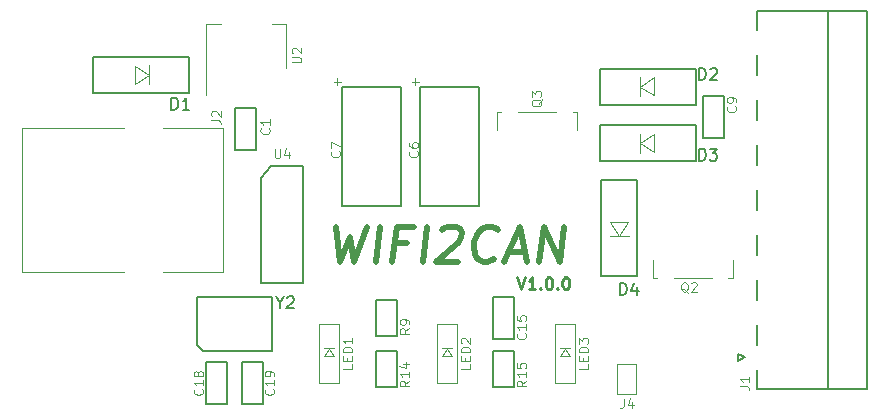
<source format=gbr>
G04 #@! TF.FileFunction,Legend,Top*
%FSLAX46Y46*%
G04 Gerber Fmt 4.6, Leading zero omitted, Abs format (unit mm)*
G04 Created by KiCad (PCBNEW 4.0.6) date Sun Aug 12 18:17:32 2018*
%MOMM*%
%LPD*%
G01*
G04 APERTURE LIST*
%ADD10C,0.100000*%
%ADD11C,0.250000*%
%ADD12C,0.500000*%
%ADD13C,0.120000*%
%ADD14C,0.150000*%
G04 APERTURE END LIST*
D10*
D11*
X38461905Y13447619D02*
X38795238Y12447619D01*
X39128572Y13447619D01*
X39985715Y12447619D02*
X39414286Y12447619D01*
X39700000Y12447619D02*
X39700000Y13447619D01*
X39604762Y13304762D01*
X39509524Y13209524D01*
X39414286Y13161905D01*
X40414286Y12542857D02*
X40461905Y12495238D01*
X40414286Y12447619D01*
X40366667Y12495238D01*
X40414286Y12542857D01*
X40414286Y12447619D01*
X41080952Y13447619D02*
X41176191Y13447619D01*
X41271429Y13400000D01*
X41319048Y13352381D01*
X41366667Y13257143D01*
X41414286Y13066667D01*
X41414286Y12828571D01*
X41366667Y12638095D01*
X41319048Y12542857D01*
X41271429Y12495238D01*
X41176191Y12447619D01*
X41080952Y12447619D01*
X40985714Y12495238D01*
X40938095Y12542857D01*
X40890476Y12638095D01*
X40842857Y12828571D01*
X40842857Y13066667D01*
X40890476Y13257143D01*
X40938095Y13352381D01*
X40985714Y13400000D01*
X41080952Y13447619D01*
X41842857Y12542857D02*
X41890476Y12495238D01*
X41842857Y12447619D01*
X41795238Y12495238D01*
X41842857Y12542857D01*
X41842857Y12447619D01*
X42509523Y13447619D02*
X42604762Y13447619D01*
X42700000Y13400000D01*
X42747619Y13352381D01*
X42795238Y13257143D01*
X42842857Y13066667D01*
X42842857Y12828571D01*
X42795238Y12638095D01*
X42747619Y12542857D01*
X42700000Y12495238D01*
X42604762Y12447619D01*
X42509523Y12447619D01*
X42414285Y12495238D01*
X42366666Y12542857D01*
X42319047Y12638095D01*
X42271428Y12828571D01*
X42271428Y13066667D01*
X42319047Y13257143D01*
X42366666Y13352381D01*
X42414285Y13400000D01*
X42509523Y13447619D01*
D12*
X23119643Y17742857D02*
X23458929Y14742857D01*
X24298215Y16885714D01*
X24601786Y14742857D01*
X25691072Y17742857D01*
X26458929Y14742857D02*
X26833929Y17742857D01*
X29083929Y16314286D02*
X28083929Y16314286D01*
X27887500Y14742857D02*
X28262500Y17742857D01*
X29691071Y17742857D01*
X30458929Y14742857D02*
X30833929Y17742857D01*
X32083929Y17457143D02*
X32244643Y17600000D01*
X32548214Y17742857D01*
X33262500Y17742857D01*
X33530357Y17600000D01*
X33655357Y17457143D01*
X33762500Y17171429D01*
X33726785Y16885714D01*
X33530357Y16457143D01*
X31601785Y14742857D01*
X33458928Y14742857D01*
X36494642Y15028571D02*
X36333928Y14885714D01*
X35887500Y14742857D01*
X35601786Y14742857D01*
X35191071Y14885714D01*
X34941072Y15171429D01*
X34833929Y15457143D01*
X34762500Y16028571D01*
X34816072Y16457143D01*
X35030357Y17028571D01*
X35208929Y17314286D01*
X35530357Y17600000D01*
X35976786Y17742857D01*
X36262500Y17742857D01*
X36673214Y17600000D01*
X36798214Y17457143D01*
X37708929Y15600000D02*
X39137500Y15600000D01*
X37316071Y14742857D02*
X38691071Y17742857D01*
X39316071Y14742857D01*
X40316072Y14742857D02*
X40691072Y17742857D01*
X42030357Y14742857D01*
X42405357Y17742857D01*
D13*
X18910000Y34910000D02*
X17650000Y34910000D01*
X12090000Y34910000D02*
X13350000Y34910000D01*
X18910000Y31150000D02*
X18910000Y34910000D01*
X12090000Y28900000D02*
X12090000Y34910000D01*
D14*
X28648000Y29520000D02*
X23648000Y29520000D01*
X23648000Y29520000D02*
X23648000Y19520000D01*
X23648000Y19520000D02*
X28648000Y19520000D01*
X28648000Y19520000D02*
X28648000Y29520000D01*
X35252000Y29520000D02*
X30252000Y29520000D01*
X30252000Y29520000D02*
X30252000Y19520000D01*
X30252000Y19520000D02*
X35252000Y19520000D01*
X35252000Y19520000D02*
X35252000Y29520000D01*
D13*
X50260000Y13400000D02*
X49910000Y13400000D01*
X49910000Y13400000D02*
X49910000Y14900000D01*
X54910000Y13400000D02*
X51710000Y13400000D01*
X56710000Y14900000D02*
X56710000Y13400000D01*
X56710000Y13400000D02*
X56310000Y13400000D01*
D14*
X16369000Y27822000D02*
X14591000Y27822000D01*
X14591000Y27822000D02*
X14591000Y24266000D01*
X14591000Y24266000D02*
X16369000Y24266000D01*
X16369000Y24266000D02*
X16369000Y27822000D01*
X58720000Y3985000D02*
X68080000Y3985000D01*
X68080000Y3985000D02*
X68080000Y36015000D01*
X68080000Y36015000D02*
X58720000Y36015000D01*
X58720000Y3985000D02*
X58720000Y5615000D01*
X58720000Y36015000D02*
X58720000Y34385000D01*
X58720000Y7715000D02*
X58720000Y9425000D01*
X58720000Y11525000D02*
X58720000Y13235000D01*
X58720000Y15335000D02*
X58720000Y17045000D01*
X58720000Y19145000D02*
X58720000Y20855000D01*
X58720000Y22955000D02*
X58720000Y24665000D01*
X58720000Y26765000D02*
X58720000Y28475000D01*
X58720000Y30575000D02*
X58720000Y32285000D01*
X64800000Y3985000D02*
X64800000Y36015000D01*
X57700000Y6665000D02*
X57100000Y6965000D01*
X57100000Y6965000D02*
X57100000Y6365000D01*
X57100000Y6365000D02*
X57700000Y6665000D01*
D13*
X5150000Y26100000D02*
X-3490000Y26100000D01*
X13530000Y26100000D02*
X8450000Y26100000D01*
X5150000Y13900000D02*
X-3490000Y13900000D01*
X13530000Y13900000D02*
X8450000Y13900000D01*
X-3490000Y13900000D02*
X-3490000Y26100000D01*
X13530000Y26100000D02*
X13530000Y13900000D01*
D10*
X46938000Y6105000D02*
X46938000Y3565000D01*
X46938000Y3565000D02*
X48538000Y3565000D01*
X48538000Y3565000D02*
X48538000Y6105000D01*
X48538000Y6105000D02*
X46938000Y6105000D01*
D13*
X23350000Y4500000D02*
X21650000Y4500000D01*
X23350000Y9500000D02*
X21650000Y9500000D01*
D10*
X22900000Y7450000D02*
X22100000Y7450000D01*
X22500000Y7400000D02*
X22900000Y6800000D01*
X22100000Y6800000D02*
X22500000Y7400000D01*
X22900000Y6800000D02*
X22100000Y6800000D01*
D13*
X21650000Y9500000D02*
X21650000Y4500000D01*
X23350000Y9500000D02*
X23350000Y4500000D01*
X33350000Y4500000D02*
X31650000Y4500000D01*
X33350000Y9500000D02*
X31650000Y9500000D01*
D10*
X32900000Y7450000D02*
X32100000Y7450000D01*
X32500000Y7400000D02*
X32900000Y6800000D01*
X32100000Y6800000D02*
X32500000Y7400000D01*
X32900000Y6800000D02*
X32100000Y6800000D01*
D13*
X31650000Y9500000D02*
X31650000Y4500000D01*
X33350000Y9500000D02*
X33350000Y4500000D01*
X43350000Y4500000D02*
X41650000Y4500000D01*
X43350000Y9500000D02*
X41650000Y9500000D01*
D10*
X42900000Y7450000D02*
X42100000Y7450000D01*
X42500000Y7400000D02*
X42900000Y6800000D01*
X42100000Y6800000D02*
X42500000Y7400000D01*
X42900000Y6800000D02*
X42100000Y6800000D01*
D13*
X41650000Y9500000D02*
X41650000Y4500000D01*
X43350000Y9500000D02*
X43350000Y4500000D01*
D14*
X17578000Y22866000D02*
X20328000Y22866000D01*
X20328000Y22866000D02*
X20328000Y12966000D01*
X20328000Y12966000D02*
X16728000Y12966000D01*
X16728000Y12966000D02*
X16728000Y21866000D01*
X16728000Y21866000D02*
X17578000Y22866000D01*
X54215000Y25282000D02*
X55993000Y25282000D01*
X55993000Y25282000D02*
X55993000Y28838000D01*
X55993000Y28838000D02*
X54215000Y28838000D01*
X54215000Y28838000D02*
X54215000Y25282000D01*
X36435000Y8222000D02*
X38213000Y8222000D01*
X38213000Y8222000D02*
X38213000Y11778000D01*
X38213000Y11778000D02*
X36435000Y11778000D01*
X36435000Y11778000D02*
X36435000Y8222000D01*
X12111000Y2722000D02*
X13889000Y2722000D01*
X13889000Y2722000D02*
X13889000Y6278000D01*
X13889000Y6278000D02*
X12111000Y6278000D01*
X12111000Y6278000D02*
X12111000Y2722000D01*
X15111000Y2722000D02*
X16889000Y2722000D01*
X16889000Y2722000D02*
X16889000Y6278000D01*
X16889000Y6278000D02*
X15111000Y6278000D01*
X15111000Y6278000D02*
X15111000Y2722000D01*
X28307000Y8518000D02*
X28307000Y11566000D01*
X28307000Y11566000D02*
X26529000Y11566000D01*
X26529000Y11566000D02*
X26529000Y8518000D01*
X26529000Y8518000D02*
X28307000Y8518000D01*
X28307000Y4200000D02*
X28307000Y7248000D01*
X28307000Y7248000D02*
X26529000Y7248000D01*
X26529000Y7248000D02*
X26529000Y4200000D01*
X26529000Y4200000D02*
X28307000Y4200000D01*
X38213000Y4200000D02*
X38213000Y7248000D01*
X38213000Y7248000D02*
X36435000Y7248000D01*
X36435000Y7248000D02*
X36435000Y4200000D01*
X36435000Y4200000D02*
X38213000Y4200000D01*
D13*
X43158000Y27444000D02*
X43508000Y27444000D01*
X43508000Y27444000D02*
X43508000Y25944000D01*
X38508000Y27444000D02*
X41708000Y27444000D01*
X36708000Y25944000D02*
X36708000Y27444000D01*
X36708000Y27444000D02*
X37108000Y27444000D01*
D14*
X45576000Y13536000D02*
X45576000Y21664000D01*
X48624000Y21664000D02*
X48624000Y13536000D01*
X45576000Y21664000D02*
X48624000Y21664000D01*
X45576000Y13536000D02*
X48624000Y13536000D01*
D10*
X46300920Y16950560D02*
X47901120Y16950560D01*
X47850320Y18101180D02*
X46300920Y18101180D01*
X47101020Y16950560D02*
X47850320Y18101180D01*
X47101020Y16950560D02*
X46300920Y18101180D01*
D14*
X11833000Y7214000D02*
X12214000Y7214000D01*
X11325000Y7722000D02*
X11325000Y7976000D01*
X11833000Y7214000D02*
X11325000Y7722000D01*
X11325000Y11786000D02*
X11325000Y7976000D01*
X12214000Y7214000D02*
X13357000Y7214000D01*
X13357000Y7214000D02*
X17675000Y7214000D01*
X17675000Y7214000D02*
X17675000Y11786000D01*
X17675000Y11786000D02*
X11325000Y11786000D01*
X10654000Y29092000D02*
X2526000Y29092000D01*
X2526000Y32140000D02*
X10654000Y32140000D01*
X2526000Y29092000D02*
X2526000Y32140000D01*
X10654000Y29092000D02*
X10654000Y32140000D01*
D10*
X7239440Y29816920D02*
X7239440Y31417120D01*
X6088820Y31366320D02*
X6088820Y29816920D01*
X7239440Y30617020D02*
X6088820Y31366320D01*
X7239440Y30617020D02*
X6088820Y29816920D01*
D14*
X45452000Y31124000D02*
X53580000Y31124000D01*
X53580000Y28076000D02*
X45452000Y28076000D01*
X53580000Y31124000D02*
X53580000Y28076000D01*
X45452000Y31124000D02*
X45452000Y28076000D01*
D10*
X48866560Y30399080D02*
X48866560Y28798880D01*
X50017180Y28849680D02*
X50017180Y30399080D01*
X48866560Y29598980D02*
X50017180Y28849680D01*
X48866560Y29598980D02*
X50017180Y30399080D01*
D14*
X45436000Y26324000D02*
X53564000Y26324000D01*
X53564000Y23276000D02*
X45436000Y23276000D01*
X53564000Y26324000D02*
X53564000Y23276000D01*
X45436000Y26324000D02*
X45436000Y23276000D01*
D10*
X48850560Y25599080D02*
X48850560Y23998880D01*
X50001180Y24049680D02*
X50001180Y25599080D01*
X48850560Y24798980D02*
X50001180Y24049680D01*
X48850560Y24798980D02*
X50001180Y25599080D01*
D13*
X19361905Y31640476D02*
X20009524Y31640476D01*
X20085714Y31678571D01*
X20123810Y31716667D01*
X20161905Y31792857D01*
X20161905Y31945238D01*
X20123810Y32021429D01*
X20085714Y32059524D01*
X20009524Y32097619D01*
X19361905Y32097619D01*
X19438095Y32440476D02*
X19400000Y32478571D01*
X19361905Y32554762D01*
X19361905Y32745238D01*
X19400000Y32821428D01*
X19438095Y32859524D01*
X19514286Y32897619D01*
X19590476Y32897619D01*
X19704762Y32859524D01*
X20161905Y32402381D01*
X20161905Y32897619D01*
X23385714Y24132667D02*
X23423810Y24094572D01*
X23461905Y23980286D01*
X23461905Y23904096D01*
X23423810Y23789810D01*
X23347619Y23713619D01*
X23271429Y23675524D01*
X23119048Y23637429D01*
X23004762Y23637429D01*
X22852381Y23675524D01*
X22776190Y23713619D01*
X22700000Y23789810D01*
X22661905Y23904096D01*
X22661905Y23980286D01*
X22700000Y24094572D01*
X22738095Y24132667D01*
X22661905Y24399334D02*
X22661905Y24932667D01*
X23461905Y24589810D01*
X23205143Y29715238D02*
X23205143Y30324762D01*
X23509905Y30020000D02*
X22900381Y30020000D01*
X29989714Y24132667D02*
X30027810Y24094572D01*
X30065905Y23980286D01*
X30065905Y23904096D01*
X30027810Y23789810D01*
X29951619Y23713619D01*
X29875429Y23675524D01*
X29723048Y23637429D01*
X29608762Y23637429D01*
X29456381Y23675524D01*
X29380190Y23713619D01*
X29304000Y23789810D01*
X29265905Y23904096D01*
X29265905Y23980286D01*
X29304000Y24094572D01*
X29342095Y24132667D01*
X29265905Y24818381D02*
X29265905Y24666000D01*
X29304000Y24589810D01*
X29342095Y24551715D01*
X29456381Y24475524D01*
X29608762Y24437429D01*
X29913524Y24437429D01*
X29989714Y24475524D01*
X30027810Y24513619D01*
X30065905Y24589810D01*
X30065905Y24742191D01*
X30027810Y24818381D01*
X29989714Y24856477D01*
X29913524Y24894572D01*
X29723048Y24894572D01*
X29646857Y24856477D01*
X29608762Y24818381D01*
X29570667Y24742191D01*
X29570667Y24589810D01*
X29608762Y24513619D01*
X29646857Y24475524D01*
X29723048Y24437429D01*
X29809143Y29715238D02*
X29809143Y30324762D01*
X30113905Y30020000D02*
X29504381Y30020000D01*
X52923810Y12161905D02*
X52847619Y12200000D01*
X52771429Y12276190D01*
X52657143Y12390476D01*
X52580952Y12428571D01*
X52504762Y12428571D01*
X52542857Y12238095D02*
X52466667Y12276190D01*
X52390476Y12352381D01*
X52352381Y12504762D01*
X52352381Y12771429D01*
X52390476Y12923810D01*
X52466667Y13000000D01*
X52542857Y13038095D01*
X52695238Y13038095D01*
X52771429Y13000000D01*
X52847619Y12923810D01*
X52885714Y12771429D01*
X52885714Y12504762D01*
X52847619Y12352381D01*
X52771429Y12276190D01*
X52695238Y12238095D01*
X52542857Y12238095D01*
X53190476Y12961905D02*
X53228571Y13000000D01*
X53304762Y13038095D01*
X53495238Y13038095D01*
X53571428Y13000000D01*
X53609524Y12961905D01*
X53647619Y12885714D01*
X53647619Y12809524D01*
X53609524Y12695238D01*
X53152381Y12238095D01*
X53647619Y12238095D01*
X17435714Y26066667D02*
X17473810Y26028572D01*
X17511905Y25914286D01*
X17511905Y25838096D01*
X17473810Y25723810D01*
X17397619Y25647619D01*
X17321429Y25609524D01*
X17169048Y25571429D01*
X17054762Y25571429D01*
X16902381Y25609524D01*
X16826190Y25647619D01*
X16750000Y25723810D01*
X16711905Y25838096D01*
X16711905Y25914286D01*
X16750000Y26028572D01*
X16788095Y26066667D01*
X17511905Y26828572D02*
X17511905Y26371429D01*
X17511905Y26600000D02*
X16711905Y26600000D01*
X16826190Y26523810D01*
X16902381Y26447619D01*
X16940476Y26371429D01*
X57311905Y4233334D02*
X57883333Y4233334D01*
X57997619Y4195238D01*
X58073810Y4119048D01*
X58111905Y4004762D01*
X58111905Y3928572D01*
X58111905Y5033334D02*
X58111905Y4576191D01*
X58111905Y4804762D02*
X57311905Y4804762D01*
X57426190Y4728572D01*
X57502381Y4652381D01*
X57540476Y4576191D01*
X12561905Y26733334D02*
X13133333Y26733334D01*
X13247619Y26695238D01*
X13323810Y26619048D01*
X13361905Y26504762D01*
X13361905Y26428572D01*
X12638095Y27076191D02*
X12600000Y27114286D01*
X12561905Y27190477D01*
X12561905Y27380953D01*
X12600000Y27457143D01*
X12638095Y27495239D01*
X12714286Y27533334D01*
X12790476Y27533334D01*
X12904762Y27495239D01*
X13361905Y27038096D01*
X13361905Y27533334D01*
X47471334Y3158095D02*
X47471334Y2586667D01*
X47433238Y2472381D01*
X47357048Y2396190D01*
X47242762Y2358095D01*
X47166572Y2358095D01*
X48195143Y2891429D02*
X48195143Y2358095D01*
X48004667Y3196190D02*
X47814191Y2624762D01*
X48309429Y2624762D01*
X24461905Y6104762D02*
X24461905Y5723809D01*
X23661905Y5723809D01*
X24042857Y6371428D02*
X24042857Y6638095D01*
X24461905Y6752381D02*
X24461905Y6371428D01*
X23661905Y6371428D01*
X23661905Y6752381D01*
X24461905Y7095238D02*
X23661905Y7095238D01*
X23661905Y7285714D01*
X23700000Y7400000D01*
X23776190Y7476191D01*
X23852381Y7514286D01*
X24004762Y7552381D01*
X24119048Y7552381D01*
X24271429Y7514286D01*
X24347619Y7476191D01*
X24423810Y7400000D01*
X24461905Y7285714D01*
X24461905Y7095238D01*
X24461905Y8314286D02*
X24461905Y7857143D01*
X24461905Y8085714D02*
X23661905Y8085714D01*
X23776190Y8009524D01*
X23852381Y7933333D01*
X23890476Y7857143D01*
X34461905Y6104762D02*
X34461905Y5723809D01*
X33661905Y5723809D01*
X34042857Y6371428D02*
X34042857Y6638095D01*
X34461905Y6752381D02*
X34461905Y6371428D01*
X33661905Y6371428D01*
X33661905Y6752381D01*
X34461905Y7095238D02*
X33661905Y7095238D01*
X33661905Y7285714D01*
X33700000Y7400000D01*
X33776190Y7476191D01*
X33852381Y7514286D01*
X34004762Y7552381D01*
X34119048Y7552381D01*
X34271429Y7514286D01*
X34347619Y7476191D01*
X34423810Y7400000D01*
X34461905Y7285714D01*
X34461905Y7095238D01*
X33738095Y7857143D02*
X33700000Y7895238D01*
X33661905Y7971429D01*
X33661905Y8161905D01*
X33700000Y8238095D01*
X33738095Y8276191D01*
X33814286Y8314286D01*
X33890476Y8314286D01*
X34004762Y8276191D01*
X34461905Y7819048D01*
X34461905Y8314286D01*
X44461905Y6104762D02*
X44461905Y5723809D01*
X43661905Y5723809D01*
X44042857Y6371428D02*
X44042857Y6638095D01*
X44461905Y6752381D02*
X44461905Y6371428D01*
X43661905Y6371428D01*
X43661905Y6752381D01*
X44461905Y7095238D02*
X43661905Y7095238D01*
X43661905Y7285714D01*
X43700000Y7400000D01*
X43776190Y7476191D01*
X43852381Y7514286D01*
X44004762Y7552381D01*
X44119048Y7552381D01*
X44271429Y7514286D01*
X44347619Y7476191D01*
X44423810Y7400000D01*
X44461905Y7285714D01*
X44461905Y7095238D01*
X43661905Y7819048D02*
X43661905Y8314286D01*
X43966667Y8047619D01*
X43966667Y8161905D01*
X44004762Y8238095D01*
X44042857Y8276191D01*
X44119048Y8314286D01*
X44309524Y8314286D01*
X44385714Y8276191D01*
X44423810Y8238095D01*
X44461905Y8161905D01*
X44461905Y7933333D01*
X44423810Y7857143D01*
X44385714Y7819048D01*
X17918476Y24354095D02*
X17918476Y23706476D01*
X17956571Y23630286D01*
X17994667Y23592190D01*
X18070857Y23554095D01*
X18223238Y23554095D01*
X18299429Y23592190D01*
X18337524Y23630286D01*
X18375619Y23706476D01*
X18375619Y24354095D01*
X19099428Y24087429D02*
X19099428Y23554095D01*
X18908952Y24392190D02*
X18718476Y23820762D01*
X19213714Y23820762D01*
X56913714Y27942667D02*
X56951810Y27904572D01*
X56989905Y27790286D01*
X56989905Y27714096D01*
X56951810Y27599810D01*
X56875619Y27523619D01*
X56799429Y27485524D01*
X56647048Y27447429D01*
X56532762Y27447429D01*
X56380381Y27485524D01*
X56304190Y27523619D01*
X56228000Y27599810D01*
X56189905Y27714096D01*
X56189905Y27790286D01*
X56228000Y27904572D01*
X56266095Y27942667D01*
X56989905Y28323619D02*
X56989905Y28476000D01*
X56951810Y28552191D01*
X56913714Y28590286D01*
X56799429Y28666477D01*
X56647048Y28704572D01*
X56342286Y28704572D01*
X56266095Y28666477D01*
X56228000Y28628381D01*
X56189905Y28552191D01*
X56189905Y28399810D01*
X56228000Y28323619D01*
X56266095Y28285524D01*
X56342286Y28247429D01*
X56532762Y28247429D01*
X56608952Y28285524D01*
X56647048Y28323619D01*
X56685143Y28399810D01*
X56685143Y28552191D01*
X56647048Y28628381D01*
X56608952Y28666477D01*
X56532762Y28704572D01*
X39133714Y8723714D02*
X39171810Y8685619D01*
X39209905Y8571333D01*
X39209905Y8495143D01*
X39171810Y8380857D01*
X39095619Y8304666D01*
X39019429Y8266571D01*
X38867048Y8228476D01*
X38752762Y8228476D01*
X38600381Y8266571D01*
X38524190Y8304666D01*
X38448000Y8380857D01*
X38409905Y8495143D01*
X38409905Y8571333D01*
X38448000Y8685619D01*
X38486095Y8723714D01*
X39209905Y9485619D02*
X39209905Y9028476D01*
X39209905Y9257047D02*
X38409905Y9257047D01*
X38524190Y9180857D01*
X38600381Y9104666D01*
X38638476Y9028476D01*
X38409905Y10209429D02*
X38409905Y9828476D01*
X38790857Y9790381D01*
X38752762Y9828476D01*
X38714667Y9904667D01*
X38714667Y10095143D01*
X38752762Y10171333D01*
X38790857Y10209429D01*
X38867048Y10247524D01*
X39057524Y10247524D01*
X39133714Y10209429D01*
X39171810Y10171333D01*
X39209905Y10095143D01*
X39209905Y9904667D01*
X39171810Y9828476D01*
X39133714Y9790381D01*
X11785714Y3985714D02*
X11823810Y3947619D01*
X11861905Y3833333D01*
X11861905Y3757143D01*
X11823810Y3642857D01*
X11747619Y3566666D01*
X11671429Y3528571D01*
X11519048Y3490476D01*
X11404762Y3490476D01*
X11252381Y3528571D01*
X11176190Y3566666D01*
X11100000Y3642857D01*
X11061905Y3757143D01*
X11061905Y3833333D01*
X11100000Y3947619D01*
X11138095Y3985714D01*
X11861905Y4747619D02*
X11861905Y4290476D01*
X11861905Y4519047D02*
X11061905Y4519047D01*
X11176190Y4442857D01*
X11252381Y4366666D01*
X11290476Y4290476D01*
X11404762Y5204762D02*
X11366667Y5128571D01*
X11328571Y5090476D01*
X11252381Y5052381D01*
X11214286Y5052381D01*
X11138095Y5090476D01*
X11100000Y5128571D01*
X11061905Y5204762D01*
X11061905Y5357143D01*
X11100000Y5433333D01*
X11138095Y5471429D01*
X11214286Y5509524D01*
X11252381Y5509524D01*
X11328571Y5471429D01*
X11366667Y5433333D01*
X11404762Y5357143D01*
X11404762Y5204762D01*
X11442857Y5128571D01*
X11480952Y5090476D01*
X11557143Y5052381D01*
X11709524Y5052381D01*
X11785714Y5090476D01*
X11823810Y5128571D01*
X11861905Y5204762D01*
X11861905Y5357143D01*
X11823810Y5433333D01*
X11785714Y5471429D01*
X11709524Y5509524D01*
X11557143Y5509524D01*
X11480952Y5471429D01*
X11442857Y5433333D01*
X11404762Y5357143D01*
X17785714Y3985714D02*
X17823810Y3947619D01*
X17861905Y3833333D01*
X17861905Y3757143D01*
X17823810Y3642857D01*
X17747619Y3566666D01*
X17671429Y3528571D01*
X17519048Y3490476D01*
X17404762Y3490476D01*
X17252381Y3528571D01*
X17176190Y3566666D01*
X17100000Y3642857D01*
X17061905Y3757143D01*
X17061905Y3833333D01*
X17100000Y3947619D01*
X17138095Y3985714D01*
X17861905Y4747619D02*
X17861905Y4290476D01*
X17861905Y4519047D02*
X17061905Y4519047D01*
X17176190Y4442857D01*
X17252381Y4366666D01*
X17290476Y4290476D01*
X17861905Y5128571D02*
X17861905Y5280952D01*
X17823810Y5357143D01*
X17785714Y5395238D01*
X17671429Y5471429D01*
X17519048Y5509524D01*
X17214286Y5509524D01*
X17138095Y5471429D01*
X17100000Y5433333D01*
X17061905Y5357143D01*
X17061905Y5204762D01*
X17100000Y5128571D01*
X17138095Y5090476D01*
X17214286Y5052381D01*
X17404762Y5052381D01*
X17480952Y5090476D01*
X17519048Y5128571D01*
X17557143Y5204762D01*
X17557143Y5357143D01*
X17519048Y5433333D01*
X17480952Y5471429D01*
X17404762Y5509524D01*
X29303905Y9146667D02*
X28922952Y8880000D01*
X29303905Y8689524D02*
X28503905Y8689524D01*
X28503905Y8994286D01*
X28542000Y9070477D01*
X28580095Y9108572D01*
X28656286Y9146667D01*
X28770571Y9146667D01*
X28846762Y9108572D01*
X28884857Y9070477D01*
X28922952Y8994286D01*
X28922952Y8689524D01*
X29303905Y9527619D02*
X29303905Y9680000D01*
X29265810Y9756191D01*
X29227714Y9794286D01*
X29113429Y9870477D01*
X28961048Y9908572D01*
X28656286Y9908572D01*
X28580095Y9870477D01*
X28542000Y9832381D01*
X28503905Y9756191D01*
X28503905Y9603810D01*
X28542000Y9527619D01*
X28580095Y9489524D01*
X28656286Y9451429D01*
X28846762Y9451429D01*
X28922952Y9489524D01*
X28961048Y9527619D01*
X28999143Y9603810D01*
X28999143Y9756191D01*
X28961048Y9832381D01*
X28922952Y9870477D01*
X28846762Y9908572D01*
X29303905Y4701714D02*
X28922952Y4435047D01*
X29303905Y4244571D02*
X28503905Y4244571D01*
X28503905Y4549333D01*
X28542000Y4625524D01*
X28580095Y4663619D01*
X28656286Y4701714D01*
X28770571Y4701714D01*
X28846762Y4663619D01*
X28884857Y4625524D01*
X28922952Y4549333D01*
X28922952Y4244571D01*
X29303905Y5463619D02*
X29303905Y5006476D01*
X29303905Y5235047D02*
X28503905Y5235047D01*
X28618190Y5158857D01*
X28694381Y5082666D01*
X28732476Y5006476D01*
X28770571Y6149333D02*
X29303905Y6149333D01*
X28465810Y5958857D02*
X29037238Y5768381D01*
X29037238Y6263619D01*
X39209905Y4701714D02*
X38828952Y4435047D01*
X39209905Y4244571D02*
X38409905Y4244571D01*
X38409905Y4549333D01*
X38448000Y4625524D01*
X38486095Y4663619D01*
X38562286Y4701714D01*
X38676571Y4701714D01*
X38752762Y4663619D01*
X38790857Y4625524D01*
X38828952Y4549333D01*
X38828952Y4244571D01*
X39209905Y5463619D02*
X39209905Y5006476D01*
X39209905Y5235047D02*
X38409905Y5235047D01*
X38524190Y5158857D01*
X38600381Y5082666D01*
X38638476Y5006476D01*
X38409905Y6187429D02*
X38409905Y5806476D01*
X38790857Y5768381D01*
X38752762Y5806476D01*
X38714667Y5882667D01*
X38714667Y6073143D01*
X38752762Y6149333D01*
X38790857Y6187429D01*
X38867048Y6225524D01*
X39057524Y6225524D01*
X39133714Y6187429D01*
X39171810Y6149333D01*
X39209905Y6073143D01*
X39209905Y5882667D01*
X39171810Y5806476D01*
X39133714Y5768381D01*
X40556095Y28507810D02*
X40518000Y28431619D01*
X40441810Y28355429D01*
X40327524Y28241143D01*
X40289429Y28164952D01*
X40289429Y28088762D01*
X40479905Y28126857D02*
X40441810Y28050667D01*
X40365619Y27974476D01*
X40213238Y27936381D01*
X39946571Y27936381D01*
X39794190Y27974476D01*
X39718000Y28050667D01*
X39679905Y28126857D01*
X39679905Y28279238D01*
X39718000Y28355429D01*
X39794190Y28431619D01*
X39946571Y28469714D01*
X40213238Y28469714D01*
X40365619Y28431619D01*
X40441810Y28355429D01*
X40479905Y28279238D01*
X40479905Y28126857D01*
X39679905Y28736381D02*
X39679905Y29231619D01*
X39984667Y28964952D01*
X39984667Y29079238D01*
X40022762Y29155428D01*
X40060857Y29193524D01*
X40137048Y29231619D01*
X40327524Y29231619D01*
X40403714Y29193524D01*
X40441810Y29155428D01*
X40479905Y29079238D01*
X40479905Y28850666D01*
X40441810Y28774476D01*
X40403714Y28736381D01*
D14*
X47161905Y11947619D02*
X47161905Y12947619D01*
X47400000Y12947619D01*
X47542858Y12900000D01*
X47638096Y12804762D01*
X47685715Y12709524D01*
X47733334Y12519048D01*
X47733334Y12376190D01*
X47685715Y12185714D01*
X47638096Y12090476D01*
X47542858Y11995238D01*
X47400000Y11947619D01*
X47161905Y11947619D01*
X48590477Y12614286D02*
X48590477Y11947619D01*
X48352381Y12995238D02*
X48114286Y12280952D01*
X48733334Y12280952D01*
X18341809Y11301810D02*
X18341809Y10825619D01*
X18008476Y11825619D02*
X18341809Y11301810D01*
X18675143Y11825619D01*
X18960857Y11730381D02*
X19008476Y11778000D01*
X19103714Y11825619D01*
X19341810Y11825619D01*
X19437048Y11778000D01*
X19484667Y11730381D01*
X19532286Y11635143D01*
X19532286Y11539905D01*
X19484667Y11397048D01*
X18913238Y10825619D01*
X19532286Y10825619D01*
X9161905Y27647619D02*
X9161905Y28647619D01*
X9400000Y28647619D01*
X9542858Y28600000D01*
X9638096Y28504762D01*
X9685715Y28409524D01*
X9733334Y28219048D01*
X9733334Y28076190D01*
X9685715Y27885714D01*
X9638096Y27790476D01*
X9542858Y27695238D01*
X9400000Y27647619D01*
X9161905Y27647619D01*
X10685715Y27647619D02*
X10114286Y27647619D01*
X10400000Y27647619D02*
X10400000Y28647619D01*
X10304762Y28504762D01*
X10209524Y28409524D01*
X10114286Y28361905D01*
X53857905Y30163619D02*
X53857905Y31163619D01*
X54096000Y31163619D01*
X54238858Y31116000D01*
X54334096Y31020762D01*
X54381715Y30925524D01*
X54429334Y30735048D01*
X54429334Y30592190D01*
X54381715Y30401714D01*
X54334096Y30306476D01*
X54238858Y30211238D01*
X54096000Y30163619D01*
X53857905Y30163619D01*
X54810286Y31068381D02*
X54857905Y31116000D01*
X54953143Y31163619D01*
X55191239Y31163619D01*
X55286477Y31116000D01*
X55334096Y31068381D01*
X55381715Y30973143D01*
X55381715Y30877905D01*
X55334096Y30735048D01*
X54762667Y30163619D01*
X55381715Y30163619D01*
X53841905Y23331619D02*
X53841905Y24331619D01*
X54080000Y24331619D01*
X54222858Y24284000D01*
X54318096Y24188762D01*
X54365715Y24093524D01*
X54413334Y23903048D01*
X54413334Y23760190D01*
X54365715Y23569714D01*
X54318096Y23474476D01*
X54222858Y23379238D01*
X54080000Y23331619D01*
X53841905Y23331619D01*
X54746667Y24331619D02*
X55365715Y24331619D01*
X55032381Y23950667D01*
X55175239Y23950667D01*
X55270477Y23903048D01*
X55318096Y23855429D01*
X55365715Y23760190D01*
X55365715Y23522095D01*
X55318096Y23426857D01*
X55270477Y23379238D01*
X55175239Y23331619D01*
X54889524Y23331619D01*
X54794286Y23379238D01*
X54746667Y23426857D01*
M02*

</source>
